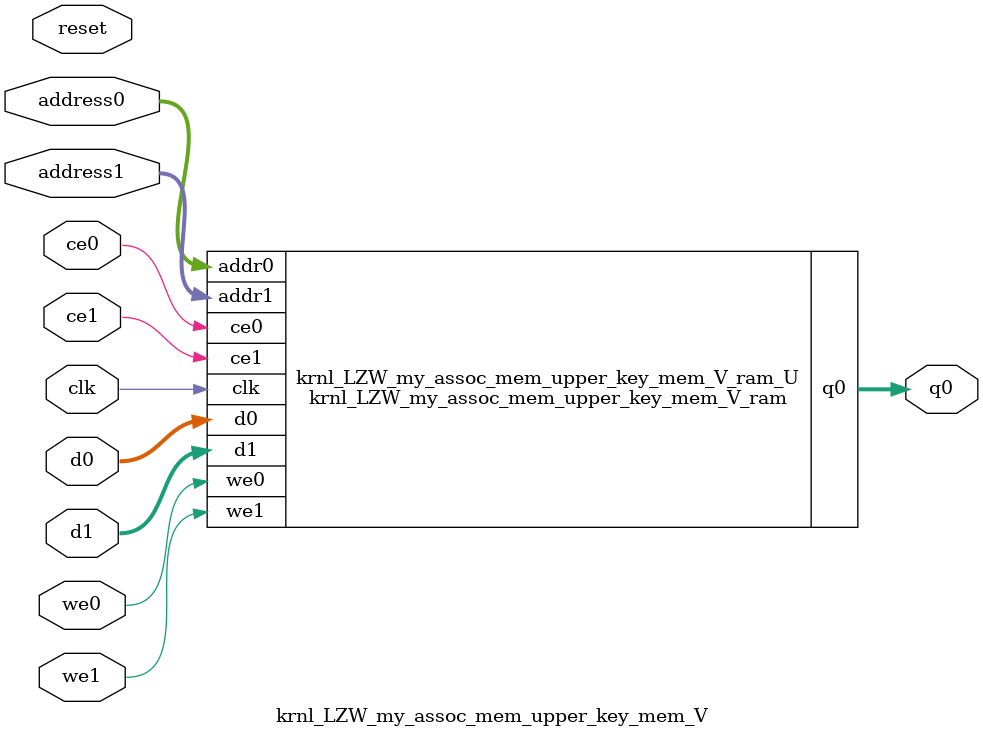
<source format=v>
`timescale 1 ns / 1 ps
module krnl_LZW_my_assoc_mem_upper_key_mem_V_ram (addr0, ce0, d0, we0, q0, addr1, ce1, d1, we1,  clk);

parameter DWIDTH = 72;
parameter AWIDTH = 9;
parameter MEM_SIZE = 512;

input[AWIDTH-1:0] addr0;
input ce0;
input[DWIDTH-1:0] d0;
input we0;
output reg[DWIDTH-1:0] q0;
input[AWIDTH-1:0] addr1;
input ce1;
input[DWIDTH-1:0] d1;
input we1;
input clk;

reg [DWIDTH-1:0] ram[0:MEM_SIZE-1];




always @(posedge clk)  
begin 
    if (ce0) begin
        if (we0) 
            ram[addr0] <= d0; 
        q0 <= ram[addr0];
    end
end


always @(posedge clk)  
begin 
    if (ce1) begin
        if (we1) 
            ram[addr1] <= d1; 
    end
end


endmodule

`timescale 1 ns / 1 ps
module krnl_LZW_my_assoc_mem_upper_key_mem_V(
    reset,
    clk,
    address0,
    ce0,
    we0,
    d0,
    q0,
    address1,
    ce1,
    we1,
    d1);

parameter DataWidth = 32'd72;
parameter AddressRange = 32'd512;
parameter AddressWidth = 32'd9;
input reset;
input clk;
input[AddressWidth - 1:0] address0;
input ce0;
input we0;
input[DataWidth - 1:0] d0;
output[DataWidth - 1:0] q0;
input[AddressWidth - 1:0] address1;
input ce1;
input we1;
input[DataWidth - 1:0] d1;



krnl_LZW_my_assoc_mem_upper_key_mem_V_ram krnl_LZW_my_assoc_mem_upper_key_mem_V_ram_U(
    .clk( clk ),
    .addr0( address0 ),
    .ce0( ce0 ),
    .we0( we0 ),
    .d0( d0 ),
    .q0( q0 ),
    .addr1( address1 ),
    .ce1( ce1 ),
    .we1( we1 ),
    .d1( d1 ));

endmodule


</source>
